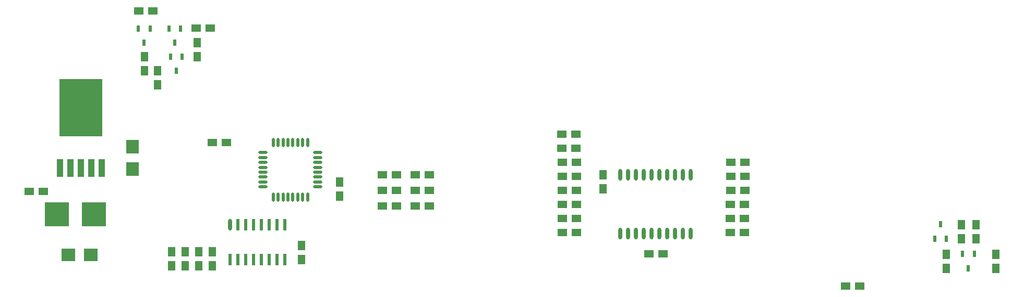
<source format=gbp>
%FSLAX25Y25*%
%MOIN*%
G70*
G01*
G75*
G04 Layer_Color=128*
%ADD10C,0.07000*%
%ADD11C,0.06000*%
%ADD12C,0.01000*%
%ADD13C,0.04000*%
%ADD14C,0.03000*%
%ADD15C,0.02000*%
%ADD16C,0.02500*%
%ADD17C,0.08661*%
%ADD18C,0.07087*%
%ADD19C,0.06000*%
%ADD20R,0.06000X0.06000*%
%ADD21C,0.06300*%
%ADD22C,0.02500*%
%ADD23C,0.05000*%
%ADD24R,0.05000X0.06000*%
%ADD25O,0.01969X0.05906*%
%ADD26O,0.05906X0.01969*%
%ADD27R,0.02362X0.04299*%
%ADD28R,0.06000X0.05000*%
%ADD29O,0.02400X0.07400*%
%ADD30R,0.04213X0.11811*%
%ADD31R,0.27559X0.37008*%
%ADD32R,0.08858X0.08071*%
%ADD33R,0.08071X0.08858*%
%ADD34R,0.15748X0.15748*%
%ADD35O,0.02400X0.07600*%
%ADD36R,0.02400X0.07600*%
%ADD37C,0.02362*%
%ADD38C,0.00787*%
%ADD39C,0.00984*%
%ADD40C,0.00500*%
%ADD41C,0.00800*%
%ADD42C,0.00600*%
%ADD43C,0.00200*%
%ADD44R,0.00446X0.00990*%
%ADD45R,0.00900X0.00700*%
%ADD46C,0.01969*%
%ADD47C,0.00400*%
D24*
X123435Y41900D02*
D03*
Y50900D02*
D03*
X114935Y41900D02*
D03*
Y50900D02*
D03*
X373107Y91218D02*
D03*
Y100218D02*
D03*
X113799Y175913D02*
D03*
Y184913D02*
D03*
X80099Y166827D02*
D03*
Y175827D02*
D03*
X180500Y54957D02*
D03*
Y45957D02*
D03*
X106100Y50857D02*
D03*
X97600D02*
D03*
X204918Y95666D02*
D03*
Y86665D02*
D03*
X611705Y59413D02*
D03*
Y68414D02*
D03*
X602205D02*
D03*
Y59413D02*
D03*
X592705Y40218D02*
D03*
Y49218D02*
D03*
X624205Y49218D02*
D03*
Y40218D02*
D03*
X97600Y41857D02*
D03*
X106100D02*
D03*
X88599Y166827D02*
D03*
Y157827D02*
D03*
D25*
X171903Y86020D02*
D03*
X175053D02*
D03*
X168754D02*
D03*
X165604Y121059D02*
D03*
X175053D02*
D03*
X171903D02*
D03*
X184502D02*
D03*
X181352D02*
D03*
X178202D02*
D03*
X168754D02*
D03*
X165604Y86020D02*
D03*
X162454D02*
D03*
Y121059D02*
D03*
X184502Y86020D02*
D03*
X181352D02*
D03*
X178202D02*
D03*
D26*
X155958Y114563D02*
D03*
Y111414D02*
D03*
Y108264D02*
D03*
Y105114D02*
D03*
Y101965D02*
D03*
Y98815D02*
D03*
X190998Y108264D02*
D03*
Y111414D02*
D03*
Y114563D02*
D03*
X155958Y95665D02*
D03*
Y92516D02*
D03*
X190998D02*
D03*
Y95665D02*
D03*
Y98815D02*
D03*
Y105114D02*
D03*
Y101965D02*
D03*
D27*
X95799Y193913D02*
D03*
X103279D02*
D03*
X99539Y184827D02*
D03*
X96799Y175914D02*
D03*
X104279D02*
D03*
X100539Y166827D02*
D03*
X76299Y193913D02*
D03*
X83780D02*
D03*
X80039Y184827D02*
D03*
X588965Y68500D02*
D03*
X585224Y59413D02*
D03*
X592705D02*
D03*
X606705Y40413D02*
D03*
X610445Y49500D02*
D03*
X602965D02*
D03*
D28*
X253280Y90457D02*
D03*
X262280D02*
D03*
X253280Y80457D02*
D03*
X262280D02*
D03*
X454980Y99157D02*
D03*
X463979D02*
D03*
X463980Y90157D02*
D03*
X454980D02*
D03*
X411667Y49657D02*
D03*
X402668D02*
D03*
X454700Y63157D02*
D03*
X463700D02*
D03*
X454700Y81157D02*
D03*
X463700D02*
D03*
X347168Y63157D02*
D03*
X356168D02*
D03*
Y81157D02*
D03*
X347168D02*
D03*
X347007Y126157D02*
D03*
X356007D02*
D03*
X463700Y72157D02*
D03*
X454700D02*
D03*
X253280Y100457D02*
D03*
X262280D02*
D03*
X76649Y205457D02*
D03*
X85650D02*
D03*
X113149Y194457D02*
D03*
X122150D02*
D03*
X232280Y80457D02*
D03*
X241280D02*
D03*
X347007Y117157D02*
D03*
X356007D02*
D03*
X347207Y108157D02*
D03*
X356207D02*
D03*
X356168Y90157D02*
D03*
X347168D02*
D03*
X356168Y72157D02*
D03*
X347168D02*
D03*
X454980Y108157D02*
D03*
X463979D02*
D03*
X347107Y99157D02*
D03*
X356107D02*
D03*
X123457Y121059D02*
D03*
X132457D02*
D03*
X232280Y90457D02*
D03*
X241280D02*
D03*
X232280Y100457D02*
D03*
X241280D02*
D03*
X6500Y89500D02*
D03*
X15500D02*
D03*
X528335Y29000D02*
D03*
X537335D02*
D03*
D29*
X429107Y62617D02*
D03*
Y100217D02*
D03*
X419107Y62617D02*
D03*
X384107D02*
D03*
X389107D02*
D03*
X394107D02*
D03*
X399107D02*
D03*
X404107D02*
D03*
X409107D02*
D03*
X414107D02*
D03*
X424107D02*
D03*
Y100217D02*
D03*
X419107D02*
D03*
X414107D02*
D03*
X409107D02*
D03*
X404107D02*
D03*
X399107D02*
D03*
X394107D02*
D03*
X389107D02*
D03*
X384107D02*
D03*
D30*
X26228Y104500D02*
D03*
X39614D02*
D03*
X32921D02*
D03*
X46307D02*
D03*
X53000D02*
D03*
D31*
X39575Y143388D02*
D03*
D32*
X31500Y49000D02*
D03*
X45870D02*
D03*
D33*
X72500Y118400D02*
D03*
Y104030D02*
D03*
D34*
X48000Y75000D02*
D03*
X24378D02*
D03*
D35*
X134780Y68457D02*
D03*
D36*
X139780D02*
D03*
X144780D02*
D03*
X149780D02*
D03*
X154780D02*
D03*
X159780D02*
D03*
X164780D02*
D03*
X169780D02*
D03*
Y45957D02*
D03*
X164780D02*
D03*
X159780D02*
D03*
X154780D02*
D03*
X149780D02*
D03*
X144780D02*
D03*
X139780D02*
D03*
X134780D02*
D03*
M02*

</source>
